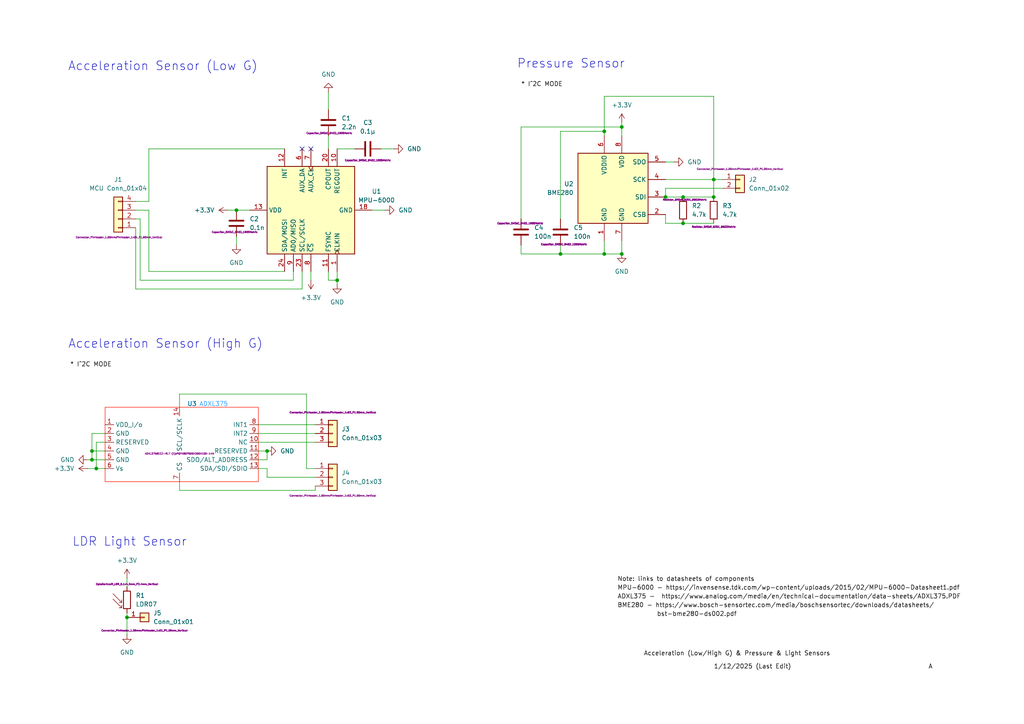
<source format=kicad_sch>
(kicad_sch (version 20250114) (generator "eeschema") (generator_version "9.0")
  (paper "A4")
  (lib_symbols
    (symbol "Connector_Generic:Conn_01x01" (pin_names (offset 1.016) (hide yes))
      (property "Reference" "J" (at 0 2.54 0))
      (property "Value" "Conn_01x01" (at 0 -2.54 0))
      (symbol "Conn_01x01_1_1"
        (rectangle (start -1.27 1.27) (end 1.27 -1.27) (stroke (width 0.254)) (fill (type background)))
        (rectangle (start -1.27 0.127) (end 0 -0.127) (stroke (width 0.1524)))
        (pin passive line (at -5.08 0 0) (length 3.81) (name "Pin_1") (number "1"))
      )
    )
    (symbol "Connector_Generic:Conn_01x02" (pin_names (offset 1.016) (hide yes))
      (property "Reference" "J" (at 0 2.54 0))
      (property "Value" "Conn_01x02" (at 0 -5.08 0))
      (symbol "Conn_01x02_1_1"
        (rectangle (start -1.27 1.27) (end 1.27 -3.81) (stroke (width 0.254)) (fill (type background)))
        (rectangle (start -1.27 0.127) (end 0 -0.127) (stroke (width 0.1524)))
        (rectangle (start -1.27 -2.413) (end 0 -2.667) (stroke (width 0.1524)))
        (pin passive line (at -5.08 0 0) (length 3.81) (name "Pin_1") (number "1"))
        (pin passive line (at -5.08 -2.54 0) (length 3.81) (name "Pin_2") (number "2"))
      )
    )
    (symbol "Connector_Generic:Conn_01x03" (pin_names (offset 1.016) (hide yes))
      (property "Reference" "J" (at 0 5.08 0))
      (property "Value" "Conn_01x03" (at 0 -5.08 0))
      (symbol "Conn_01x03_1_1"
        (rectangle (start -1.27 3.81) (end 1.27 -3.81) (stroke (width 0.254)) (fill (type background)))
        (rectangle (start -1.27 2.667) (end 0 2.413) (stroke (width 0.1524)))
        (rectangle (start -1.27 0.127) (end 0 -0.127) (stroke (width 0.1524)))
        (rectangle (start -1.27 -2.413) (end 0 -2.667) (stroke (width 0.1524)))
        (pin passive line (at -5.08 2.54 0) (length 3.81) (name "Pin_1") (number "1"))
        (pin passive line (at -5.08 0 0) (length 3.81) (name "Pin_2") (number "2"))
        (pin passive line (at -5.08 -2.54 0) (length 3.81) (name "Pin_3") (number "3"))
      )
    )
    (symbol "Connector_Generic:Conn_01x04" (pin_names (offset 1.016) (hide yes))
      (property "Reference" "J" (at 0 5.08 0))
      (property "Value" "Conn_01x04" (at 0 -7.62 0))
      (symbol "Conn_01x04_1_1"
        (rectangle (start -1.27 3.81) (end 1.27 -6.35) (stroke (width 0.254)) (fill (type background)))
        (rectangle (start -1.27 2.667) (end 0 2.413) (stroke (width 0.1524)))
        (rectangle (start -1.27 0.127) (end 0 -0.127) (stroke (width 0.1524)))
        (rectangle (start -1.27 -2.413) (end 0 -2.667) (stroke (width 0.1524)))
        (rectangle (start -1.27 -4.953) (end 0 -5.207) (stroke (width 0.1524)))
        (pin passive line (at -5.08 2.54 0) (length 3.81) (name "Pin_1") (number "1"))
        (pin passive line (at -5.08 0 0) (length 3.81) (name "Pin_2") (number "2"))
        (pin passive line (at -5.08 -2.54 0) (length 3.81) (name "Pin_3") (number "3"))
        (pin passive line (at -5.08 -5.08 0) (length 3.81) (name "Pin_4") (number "4"))
      )
    )
    (symbol "Device:C" (pin_numbers (hide yes)) (pin_names (offset 0.254))
      (property "Reference" "C" (at 0.635 2.54 0))
      (property "Value" "C" (at 0.635 -2.54 0))
      (symbol "C_0_1"
        (polyline (pts (xy -2.032 0.762) (xy 2.032 0.762)) (stroke (width 0.508)))
        (polyline (pts (xy -2.032 -0.762) (xy 2.032 -0.762)) (stroke (width 0.508)))
      )
      (symbol "C_1_1"
        (pin passive line (at 0 3.81 270) (length 2.794) (name "~") (number "1"))
        (pin passive line (at 0 -3.81 90) (length 2.794) (name "~") (number "2"))
      )
    )
    (symbol "Device:R" (pin_numbers (hide yes)) (pin_names (offset 0))
      (property "Reference" "R" (at 2.032 0 90))
      (property "Value" "R" (at 0 0 90))
      (symbol "R_0_1"
        (rectangle (start -1.016 -2.54) (end 1.016 2.54) (stroke (width 0.254)))
      )
      (symbol "R_1_1"
        (pin passive line (at 0 3.81 270) (length 1.27) (name "~") (number "1"))
        (pin passive line (at 0 -3.81 90) (length 1.27) (name "~") (number "2"))
      )
    )
    (symbol "New_Library:ADXL375"
      (symbol "ADXL375_1_1"
        (rectangle (start -21.59 10.16) (end 22.86 -11.43) (stroke (width 0) (color 255 20 0 1)))
        (text "U3 ADXL375 " (at 8.636 11.176 0) (effects (font (size 1.27 1.27))))
        (pin input line (at -21.59 5.08 0) (length 2.54) (name "VDD_I/o") (number "1"))
        (pin input line (at -21.59 2.54 0) (length 2.54) (name "GND") (number "2"))
        (pin input line (at -21.59 0 0) (length 2.54) (name "RESERVED") (number "3"))
        (pin input line (at -21.59 -2.54 0) (length 2.54) (name "GND") (number "4"))
        (pin input line (at -21.59 -5.08 0) (length 2.54) (name "GND") (number "5"))
        (pin input line (at -21.59 -7.62 0) (length 2.54) (name "Vs") (number "6"))
        (pin input line (at 0 10.16 270) (length 2.54) (name "SCL/SCLK") (number "14"))
        (pin input line (at 0 -11.43 90) (length 2.54) (name "CS") (number "7"))
        (pin output line (at 22.86 5.08 180) (length 2.54) (name "INT1") (number "8"))
        (pin output line (at 22.86 2.54 180) (length 2.54) (name "INT2") (number "9"))
        (pin input line (at 22.86 0 180) (length 2.54) (name "NC") (number "10"))
        (pin input line (at 22.86 -2.54 180) (length 2.54) (name "RESERVED") (number "11"))
        (pin input line (at 22.86 -5.08 180) (length 2.54) (name "SDO/ALT_ADDRESS") (number "12"))
        (pin input line (at 22.86 -7.62 180) (length 2.54) (name "SDA/SDI/SDIO") (number "13"))
      )
    )
    (symbol "Sensor:BME280"
      (property "Reference" "U" (at -8.89 11.43 0))
      (property "Value" "BME280" (at 7.62 11.43 0))
      (symbol "BME280_0_1"
        (rectangle (start -10.16 10.16) (end 10.16 -10.16) (stroke (width 0.254)) (fill (type background)))
      )
      (symbol "BME280_1_1"
        (pin power_in line (at -2.54 15.24 270) (length 5.08) (name "VDDIO") (number "6"))
        (pin power_in line (at -2.54 -15.24 90) (length 5.08) (name "GND") (number "1"))
        (pin power_in line (at 2.54 15.24 270) (length 5.08) (name "VDD") (number "8"))
        (pin power_in line (at 2.54 -15.24 90) (length 5.08) (name "GND") (number "7"))
        (pin bidirectional line (at 15.24 7.62 180) (length 5.08) (name "SDO") (number "5"))
        (pin input line (at 15.24 2.54 180) (length 5.08) (name "SCK") (number "4"))
        (pin bidirectional line (at 15.24 -2.54 180) (length 5.08) (name "SDI") (number "3"))
        (pin input line (at 15.24 -7.62 180) (length 5.08) (name "CSB") (number "2"))
      )
    )
    (symbol "Sensor_Motion:MPU-6000"
      (property "Reference" "U" (at -11.43 13.97 0))
      (property "Value" "MPU-6000" (at 7.62 -13.97 0))
      (symbol "MPU-6000_0_1"
        (rectangle (start -12.7 12.7) (end 12.7 -12.7) (stroke (width 0.254)) (fill (type background)))
      )
      (symbol "MPU-6000_1_1"
        (pin bidirectional line (at -17.78 7.62 0) (length 5.08) (name "SDA/MOSI") (number "24"))
        (pin bidirectional line (at -17.78 5.08 0) (length 5.08) (name "AD0/MISO") (number "9"))
        (pin input line (at -17.78 2.54 0) (length 5.08) (name "SCL/SCLK") (number "23"))
        (pin input line (at -17.78 0 0) (length 5.08) (name "~{CS}") (number "8"))
        (pin input line (at -17.78 -5.08 0) (length 5.08) (name "FSYNC") (number "11"))
        (pin input clock (at -17.78 -7.62 0) (length 5.08) (name "CLKIN") (number "1"))
        (pin power_in line (at 0 17.78 270) (length 5.08) (name "VDD") (number "13"))
        (pin power_in line (at 0 -17.78 90) (length 5.08) (name "GND") (number "18"))
        (pin output line (at 17.78 7.62 180) (length 5.08) (name "INT") (number "12"))
        (pin bidirectional line (at 17.78 2.54 180) (length 5.08) (name "AUX_DA") (number "6"))
        (pin output clock (at 17.78 0 180) (length 5.08) (name "AUX_CL") (number "7"))
        (pin passive line (at 17.78 -5.08 180) (length 5.08) (name "CPOUT") (number "20"))
        (pin passive line (at 17.78 -7.62 180) (length 5.08) (name "REGOUT") (number "10"))
      )
    )
    (symbol "Sensor_Optical:LDR07" (pin_numbers (hide yes)) (pin_names (offset 0))
      (property "Reference" "R" (at -5.08 0 90))
      (property "Value" "LDR07" (at 1.905 0 90))
      (symbol "LDR07_0_1"
        (polyline (pts (xy -1.524 -0.762) (xy -4.064 1.778)))
        (polyline (pts (xy -1.524 -0.762) (xy -2.286 -0.762)))
        (polyline (pts (xy -1.524 -0.762) (xy -1.524 0)))
        (polyline (pts (xy -1.524 -2.286) (xy -4.064 0.254)))
        (polyline (pts (xy -1.524 -2.286) (xy -2.286 -2.286)))
        (polyline (pts (xy -1.524 -2.286) (xy -1.524 -1.524)))
        (rectangle (start -1.016 2.54) (end 1.016 -2.54) (stroke (width 0.254)))
      )
      (symbol "LDR07_1_1"
        (pin passive line (at 0 3.81 270) (length 1.27) (name "~") (number "1"))
        (pin passive line (at 0 -3.81 90) (length 1.27) (name "~") (number "2"))
      )
    )
    (symbol "power:+3.3V" (power) (pin_numbers (hide yes)) (pin_names (offset 0) (hide yes))
      (property "Value" "+3.3V" (at 0 3.556 0))
      (symbol "+3.3V_0_1"
        (polyline (pts (xy -0.762 1.27) (xy 0 2.54)))
        (polyline (pts (xy 0 2.54) (xy 0.762 1.27)))
        (polyline (pts (xy 0 0) (xy 0 2.54)))
      )
      (symbol "+3.3V_1_1"
        (pin power_in line (at 0 0 90) (length 0) (name "~") (number "1"))
      )
    )
    (symbol "power:GND" (power) (pin_numbers (hide yes)) (pin_names (offset 0) (hide yes))
      (property "Value" "GND" (at 0 -3.81 0))
      (symbol "GND_0_1"
        (polyline (pts (xy 0 0) (xy 0 -1.27) (xy 1.27 -1.27) (xy 0 -2.54) (xy -1.27 -1.27) (xy 0 -1.27)))
      )
      (symbol "GND_1_1"
        (pin power_in line (at 0 0 270) (length 0) (name "~") (number "1"))
      )
    )
  )
  (text "LDR Light Sensor\n" (at 37.592 157.226 0) (effects (font (size 2.54 2.54))))
  (text "Acceleration Sensor (Low G)\n" (at 47.244 19.304 0) (effects (font (size 2.54 2.54))))
  (text "Acceleration Sensor (High G)\n" (at 48.006 99.822 0) (effects (font (size 2.54 2.54))))
  (text "Pressure Sensor\n" (at 165.608 18.542 0) (effects (font (size 2.54 2.54))))
  (junction (at 26.67 130.81))
  (junction (at 175.26 38.1))
  (junction (at 36.83 179.07))
  (junction (at 77.47 130.81))
  (junction (at 180.34 36.83))
  (junction (at 175.26 73.66))
  (junction (at 207.01 52.07))
  (junction (at 26.67 133.35))
  (junction (at 27.94 135.89))
  (junction (at 162.56 73.66))
  (junction (at 68.58 60.96))
  (junction (at 207.01 57.15))
  (junction (at 198.12 64.77))
  (junction (at 180.34 73.66))
  (junction (at 97.79 81.28))
  (junction (at 193.04 57.15))
  (junction (at 198.12 57.15))
  (no_connect (at 87.63 43.18))
  (no_connect (at 90.17 43.18))
  (wire (pts (xy 27.94 135.89) (xy 27.94 128.27)))
  (wire (pts (xy 77.47 133.35) (xy 77.47 130.81)))
  (wire (pts (xy 36.83 167.64) (xy 36.83 170.18)))
  (wire (pts (xy 193.04 62.23) (xy 193.04 64.77)))
  (wire (pts (xy 95.25 78.74) (xy 95.25 81.28)))
  (wire (pts (xy 207.01 52.07) (xy 193.04 52.07)))
  (wire (pts (xy 180.34 69.85) (xy 180.34 73.66)))
  (wire (pts (xy 52.07 114.3) (xy 88.9 114.3)))
  (wire (pts (xy 175.26 69.85) (xy 175.26 73.66)))
  (wire (pts (xy 90.17 78.74) (xy 90.17 81.28)))
  (wire (pts (xy 110.49 43.18) (xy 114.3 43.18)))
  (wire (pts (xy 209.55 52.07) (xy 207.01 52.07)))
  (wire (pts (xy 43.18 43.18) (xy 43.18 58.42)))
  (wire (pts (xy 36.83 177.8) (xy 36.83 179.07)))
  (wire (pts (xy 175.26 39.37) (xy 175.26 38.1)))
  (wire (pts (xy 27.94 128.27) (xy 30.48 128.27)))
  (wire (pts (xy 91.44 125.73) (xy 74.93 125.73)))
  (wire (pts (xy 43.18 60.96) (xy 39.37 60.96)))
  (wire (pts (xy 66.04 60.96) (xy 68.58 60.96)))
  (wire (pts (xy 68.58 60.96) (xy 72.39 60.96)))
  (wire (pts (xy 68.58 68.58) (xy 68.58 71.12)))
  (wire (pts (xy 40.64 63.5) (xy 40.64 81.28)))
  (wire (pts (xy 91.44 128.27) (xy 74.93 128.27)))
  (wire (pts (xy 95.25 39.37) (xy 95.25 43.18)))
  (wire (pts (xy 77.47 138.43) (xy 91.44 138.43)))
  (wire (pts (xy 74.93 133.35) (xy 77.47 133.35)))
  (wire (pts (xy 52.07 142.24) (xy 91.44 142.24)))
  (wire (pts (xy 180.34 36.83) (xy 180.34 39.37)))
  (wire (pts (xy 175.26 38.1) (xy 162.56 38.1)))
  (wire (pts (xy 74.93 130.81) (xy 77.47 130.81)))
  (wire (pts (xy 36.83 179.07) (xy 36.83 184.15)))
  (wire (pts (xy 77.47 135.89) (xy 77.47 138.43)))
  (wire (pts (xy 87.63 83.82) (xy 39.37 83.82)))
  (wire (pts (xy 151.13 71.12) (xy 151.13 73.66)))
  (wire (pts (xy 82.55 78.74) (xy 43.18 78.74)))
  (wire (pts (xy 193.04 57.15) (xy 198.12 57.15)))
  (wire (pts (xy 97.79 43.18) (xy 102.87 43.18)))
  (wire (pts (xy 198.12 57.15) (xy 207.01 57.15)))
  (wire (pts (xy 52.07 118.11) (xy 52.07 114.3)))
  (wire (pts (xy 88.9 135.89) (xy 91.44 135.89)))
  (wire (pts (xy 39.37 66.04) (xy 39.37 83.82)))
  (wire (pts (xy 40.64 63.5) (xy 39.37 63.5)))
  (wire (pts (xy 162.56 38.1) (xy 162.56 63.5)))
  (wire (pts (xy 82.55 43.18) (xy 43.18 43.18)))
  (wire (pts (xy 74.93 135.89) (xy 77.47 135.89)))
  (wire (pts (xy 180.34 35.56) (xy 180.34 36.83)))
  (wire (pts (xy 207.01 52.07) (xy 207.01 57.15)))
  (wire (pts (xy 97.79 81.28) (xy 97.79 82.55)))
  (wire (pts (xy 198.12 64.77) (xy 207.01 64.77)))
  (wire (pts (xy 175.26 27.94) (xy 207.01 27.94)))
  (wire (pts (xy 91.44 142.24) (xy 91.44 140.97)))
  (wire (pts (xy 95.25 26.67) (xy 95.25 31.75)))
  (wire (pts (xy 30.48 135.89) (xy 27.94 135.89)))
  (wire (pts (xy 207.01 27.94) (xy 207.01 52.07)))
  (wire (pts (xy 193.04 46.99) (xy 195.58 46.99)))
  (wire (pts (xy 209.55 54.61) (xy 193.04 54.61)))
  (wire (pts (xy 162.56 73.66) (xy 175.26 73.66)))
  (wire (pts (xy 25.4 133.35) (xy 26.67 133.35)))
  (wire (pts (xy 85.09 81.28) (xy 85.09 78.74)))
  (wire (pts (xy 95.25 81.28) (xy 97.79 81.28)))
  (wire (pts (xy 26.67 133.35) (xy 26.67 130.81)))
  (wire (pts (xy 97.79 78.74) (xy 97.79 81.28)))
  (wire (pts (xy 151.13 73.66) (xy 162.56 73.66)))
  (wire (pts (xy 175.26 38.1) (xy 175.26 27.94)))
  (wire (pts (xy 175.26 73.66) (xy 180.34 73.66)))
  (wire (pts (xy 88.9 114.3) (xy 88.9 135.89)))
  (wire (pts (xy 43.18 58.42) (xy 39.37 58.42)))
  (wire (pts (xy 30.48 130.81) (xy 26.67 130.81)))
  (wire (pts (xy 193.04 54.61) (xy 193.04 57.15)))
  (wire (pts (xy 25.4 135.89) (xy 27.94 135.89)))
  (wire (pts (xy 162.56 71.12) (xy 162.56 73.66)))
  (wire (pts (xy 180.34 36.83) (xy 151.13 36.83)))
  (wire (pts (xy 151.13 36.83) (xy 151.13 63.5)))
  (wire (pts (xy 26.67 125.73) (xy 30.48 125.73)))
  (wire (pts (xy 91.44 123.19) (xy 74.93 123.19)))
  (wire (pts (xy 107.95 60.96) (xy 111.76 60.96)))
  (wire (pts (xy 26.67 130.81) (xy 26.67 125.73)))
  (wire (pts (xy 52.07 139.7) (xy 52.07 142.24)))
  (wire (pts (xy 193.04 64.77) (xy 198.12 64.77)))
  (wire (pts (xy 87.63 78.74) (xy 87.63 83.82)))
  (wire (pts (xy 40.64 81.28) (xy 85.09 81.28)))
  (wire (pts (xy 43.18 60.96) (xy 43.18 78.74)))
  (wire (pts (xy 30.48 133.35) (xy 26.67 133.35)))
  (label "MPU-6000 - https:{slash}{slash}invensense.tdk.com{slash}wp-content{slash}uploads{slash}2015{slash}02{slash}MPU-6000-Datasheet1.pdf" (at 179.07 171.45 0))
  (label "BME280 - https:{slash}{slash}www.bosch-sensortec.com{slash}media{slash}boschsensortec{slash}downloads{slash}datasheets{slash}" (at 179.07 176.53 0))
  (label "1{slash}12{slash}2025 (Last Edit)" (at 207.01 194.31 0))
  (label "bst-bme280-ds002.pdf" (at 190.5 179.07 0))
  (label "* I^2C MODE" (at 20.32 106.68 0))
  (label "Acceleration (Low{slash}High G) & Pressure & Light Sensors" (at 186.69 190.5 0))
  (label "* I^2C MODE" (at 151.13 25.4 0))
  (label "ADXL375 -  https:{slash}{slash}www.analog.com{slash}media{slash}en{slash}technical-documentation{slash}data-sheets{slash}ADXL375.PDF" (at 179.07 173.99 0))
  (label "A" (at 269.24 194.31 0))
  (label "Note: links to datasheets of components" (at 179.07 168.91 0))
  (symbol (lib_id "New_Library:ADXL375") (at 52.07 128.27 0) (unit 1)
    (property "Reference" "U3" (at 54.356 117.094 0) (effects (justify left)))
    (property "Footprint" "ADXL375BCCZ-RL7 (1):PQFN80P500X300X100-14N" (at 52.07 131.572 0) (effects (font (size 0.508 0.508))))
  )
  (symbol (lib_id "Connector_Generic:Conn_01x02") (at 214.63 52.07 0) (unit 1)
    (property "Reference" "J2" (at 217.17 52.0699 0) (effects (justify left)))
    (property "Value" "Conn_01x02" (at 217.17 54.6099 0) (effects (justify left)))
    (property "Footprint" "Connector_PinHeader_1.00mm:PinHeader_1x02_P1.00mm_Vertical" (at 214.63 49.022 0) (effects (font (size 0.508 0.508))))
    (property "Description" "Generic connector, single row, 01x02, script generated (kicad-library-utils/schlib/autogen/connector/)" (effects (hide yes)))
  )
  (symbol (lib_id "power:+3.3V") (at 36.83 167.64 0) (unit 1)
    (property "Reference" "#PWR011" (effects (hide yes)))
    (property "Value" "+3.3V" (at 36.83 162.56 0))
    (property "Description" "Power symbol creates a global label with name \"+3.3V\"" (effects (hide yes)))
  )
  (symbol (lib_id "power:+3.3V") (at 66.04 60.96 90) (unit 1)
    (property "Reference" "#PWR05" (effects (hide yes)))
    (property "Value" "+3.3V" (at 62.23 60.9599 90) (effects (justify left)))
    (property "Description" "Power symbol creates a global label with name \"+3.3V\"" (effects (hide yes)))
  )
  (symbol (lib_id "power:GND") (at 25.4 133.35 270) (unit 1)
    (property "Reference" "#PWR01" (effects (hide yes)))
    (property "Value" "GND" (at 21.59 133.3499 90) (effects (justify right)))
    (property "Description" "Power symbol creates a global label with name \"GND\" , ground" (effects (hide yes)))
  )
  (symbol (lib_id "Sensor_Motion:MPU-6000") (at 90.17 60.96 90) (unit 1)
    (property "Reference" "U1" (at 109.22 55.5146 90))
    (property "Value" "MPU-6000" (at 109.22 58.0546 90))
    (property "Footprint" "Sensor_Motion:InvenSense_QFN-24_4x4mm_P0.5mm" (effects (hide yes)))
    (property "Datasheet" "https://invensense.tdk.com/wp-content/uploads/2015/02/MPU-6000-Datasheet1.pdf" (effects (hide yes)))
    (property "Description" "InvenSense 6-Axis Motion Sensor, Gyroscope, Accelerometer, I2C/SPI" (effects (hide yes)))
  )
  (symbol (lib_id "Device:C") (at 68.58 64.77 0) (unit 1)
    (property "Reference" "C2" (at 72.39 63.4999 0) (effects (justify left)))
    (property "Value" "0.1n" (at 72.39 66.0399 0) (effects (justify left)))
    (property "Footprint" "Capacitor_SMD:C_0402_1005Metric" (at 68.072 67.31 0) (effects (font (size 0.508 0.508))))
    (property "Description" "Unpolarized capacitor" (effects (hide yes)))
  )
  (symbol (lib_id "power:GND") (at 77.47 130.81 90) (unit 1)
    (property "Reference" "#PWR014" (effects (hide yes)))
    (property "Value" "GND" (at 81.28 130.8099 90) (effects (justify right)))
    (property "Description" "Power symbol creates a global label with name \"GND\" , ground" (effects (hide yes)))
  )
  (symbol (lib_id "Sensor_Optical:LDR07") (at 36.83 173.99 0) (unit 1)
    (property "Reference" "R1" (at 39.37 172.7199 0) (effects (justify left)))
    (property "Value" "LDR07" (at 39.37 175.2599 0) (effects (justify left)))
    (property "Footprint" "OptoDevice:R_LDR_5.1x4.3mm_P3.4mm_Vertical" (at 36.83 169.418 0) (effects (font (size 0.508 0.508))))
    (property "Datasheet" "http://www.tme.eu/de/Document/f2e3ad76a925811312d226c31da4cd7e/LDR07.pdf" (effects (hide yes)))
    (property "Description" "light dependent resistor" (effects (hide yes)))
  )
  (symbol (lib_id "Connector_Generic:Conn_01x03") (at 96.52 138.43 0) (unit 1)
    (property "Reference" "J4" (at 99.06 137.1599 0) (effects (justify left)))
    (property "Value" "Conn_01x03" (at 99.06 139.6999 0) (effects (justify left)))
    (property "Footprint" "Connector_PinHeader_1.00mm:PinHeader_1x03_P1.00mm_Vertical" (at 96.52 143.764 0) (effects (font (size 0.508 0.508))))
    (property "Description" "Generic connector, single row, 01x03, script generated (kicad-library-utils/schlib/autogen/connector/)" (effects (hide yes)))
  )
  (symbol (lib_id "power:GND") (at 97.79 82.55 0) (unit 1)
    (property "Reference" "#PWR012" (effects (hide yes)))
    (property "Value" "GND" (at 97.79 87.63 0))
    (property "Description" "Power symbol creates a global label with name \"GND\" , ground" (effects (hide yes)))
  )
  (symbol (lib_id "Connector_Generic:Conn_01x03") (at 96.52 125.73 0) (unit 1)
    (property "Reference" "J3" (at 99.06 124.4599 0) (effects (justify left)))
    (property "Value" "Conn_01x03" (at 99.06 126.9999 0) (effects (justify left)))
    (property "Footprint" "Connector_PinHeader_1.00mm:PinHeader_1x03_P1.00mm_Vertical" (at 96.52 119.634 0) (effects (font (size 0.508 0.508))))
    (property "Description" "Generic connector, single row, 01x03, script generated (kicad-library-utils/schlib/autogen/connector/)" (effects (hide yes)))
  )
  (symbol (lib_id "power:GND") (at 95.25 26.67 180) (unit 1)
    (property "Reference" "#PWR03" (effects (hide yes)))
    (property "Value" "GND" (at 95.25 21.59 0))
    (property "Description" "Power symbol creates a global label with name \"GND\" , ground" (effects (hide yes)))
  )
  (symbol (lib_id "power:GND") (at 68.58 71.12 0) (unit 1)
    (property "Reference" "#PWR06" (effects (hide yes)))
    (property "Value" "GND" (at 68.58 76.2 0))
    (property "Description" "Power symbol creates a global label with name \"GND\" , ground" (effects (hide yes)))
  )
  (symbol (lib_id "power:+3.3V") (at 180.34 35.56 0) (unit 1)
    (property "Reference" "#PWR09" (effects (hide yes)))
    (property "Value" "+3.3V" (at 180.34 30.48 0))
    (property "Description" "Power symbol creates a global label with name \"+3.3V\"" (effects (hide yes)))
  )
  (symbol (lib_id "Device:R") (at 198.12 60.96 0) (unit 1)
    (property "Reference" "R2" (at 200.66 59.6899 0) (effects (justify left)))
    (property "Value" "4.7k" (at 200.66 62.2299 0) (effects (justify left)))
    (property "Footprint" "Resistor_SMD:R_0201_0603Metric" (at 198.628 57.912 0) (effects (font (size 0.508 0.508))))
    (property "Description" "Resistor" (effects (hide yes)))
  )
  (symbol (lib_id "Device:C") (at 106.68 43.18 270) (unit 1)
    (property "Reference" "C3" (at 106.68 35.56 90))
    (property "Value" "0.1μ" (at 106.68 38.1 90))
    (property "Footprint" "Capacitor_SMD:C_0402_1005Metric" (at 106.68 46.482 90) (effects (font (size 0.508 0.508))))
    (property "Description" "Unpolarized capacitor" (effects (hide yes)))
  )
  (symbol (lib_id "power:+3.3V") (at 25.4 135.89 90) (unit 1)
    (property "Reference" "#PWR02" (effects (hide yes)))
    (property "Value" "+3.3V" (at 21.59 135.8899 90) (effects (justify left)))
    (property "Description" "Power symbol creates a global label with name \"+3.3V\"" (effects (hide yes)))
  )
  (symbol (lib_id "Device:C") (at 95.25 35.56 0) (unit 1)
    (property "Reference" "C1" (at 99.06 34.2899 0) (effects (justify left)))
    (property "Value" "2.2n" (at 99.06 36.8299 0) (effects (justify left)))
    (property "Footprint" "Capacitor_SMD:C_0402_1005Metric" (at 95.504 38.608 0) (effects (font (size 0.508 0.508))))
    (property "Description" "Unpolarized capacitor" (effects (hide yes)))
  )
  (symbol (lib_id "power:GND") (at 180.34 73.66 0) (unit 1)
    (property "Reference" "#PWR08" (effects (hide yes)))
    (property "Value" "GND" (at 180.34 78.74 0))
    (property "Description" "Power symbol creates a global label with name \"GND\" , ground" (effects (hide yes)))
  )
  (symbol (lib_id "power:GND") (at 195.58 46.99 90) (unit 1)
    (property "Reference" "#PWR013" (effects (hide yes)))
    (property "Value" "GND" (at 199.39 46.9899 90) (effects (justify right)))
    (property "Description" "Power symbol creates a global label with name \"GND\" , ground" (effects (hide yes)))
  )
  (symbol (lib_id "Device:C") (at 151.13 67.31 0) (unit 1)
    (property "Reference" "C4" (at 154.94 66.0399 0) (effects (justify left)))
    (property "Value" "100n" (at 154.94 68.5799 0) (effects (justify left)))
    (property "Footprint" "Capacitor_SMD:C_0402_1005Metric" (at 150.876 64.77 0) (effects (font (size 0.508 0.508))))
    (property "Description" "Unpolarized capacitor" (effects (hide yes)))
  )
  (symbol (lib_id "power:GND") (at 36.83 184.15 0) (unit 1)
    (property "Reference" "#PWR010" (effects (hide yes)))
    (property "Value" "GND" (at 36.83 189.23 0))
    (property "Description" "Power symbol creates a global label with name \"GND\" , ground" (effects (hide yes)))
  )
  (symbol (lib_id "Device:R") (at 207.01 60.96 0) (unit 1)
    (property "Reference" "R3" (at 209.55 59.6899 0) (effects (justify left)))
    (property "Value" "4.7k" (at 209.55 62.2299 0) (effects (justify left)))
    (property "Footprint" "Resistor_SMD:R_0201_0603Metric" (at 207.01 65.786 0) (effects (font (size 0.508 0.508))))
    (property "Description" "Resistor" (effects (hide yes)))
  )
  (symbol (lib_id "power:+3.3V") (at 90.17 81.28 180) (unit 1)
    (property "Reference" "#PWR015" (effects (hide yes)))
    (property "Value" "+3.3V" (at 90.17 86.36 0))
    (property "Description" "Power symbol creates a global label with name \"+3.3V\"" (effects (hide yes)))
  )
  (symbol (lib_id "power:GND") (at 114.3 43.18 90) (unit 1)
    (property "Reference" "#PWR07" (effects (hide yes)))
    (property "Value" "GND" (at 118.11 43.1799 90) (effects (justify right)))
    (property "Description" "Power symbol creates a global label with name \"GND\" , ground" (effects (hide yes)))
  )
  (symbol (lib_id "Device:C") (at 162.56 67.31 0) (unit 1)
    (property "Reference" "C5" (at 166.37 66.0399 0) (effects (justify left)))
    (property "Value" "100n" (at 166.37 68.5799 0) (effects (justify left)))
    (property "Footprint" "Capacitor_SMD:C_0402_1005Metric" (at 163.576 70.866 0) (effects (font (size 0.508 0.508))))
    (property "Description" "Unpolarized capacitor" (effects (hide yes)))
  )
  (symbol (lib_id "power:GND") (at 111.76 60.96 90) (unit 1)
    (property "Reference" "#PWR04" (effects (hide yes)))
    (property "Value" "GND" (at 115.57 60.9599 90) (effects (justify right)))
    (property "Description" "Power symbol creates a global label with name \"GND\" , ground" (effects (hide yes)))
  )
  (symbol (lib_id "Connector_Generic:Conn_01x01") (at 41.91 179.07 0) (unit 1)
    (property "Reference" "J5" (at 44.45 177.7999 0) (effects (justify left)))
    (property "Value" "Conn_01x01" (at 44.45 180.3399 0) (effects (justify left)))
    (property "Footprint" "Connector_PinHeader_1.00mm:PinHeader_1x01_P1.00mm_Vertical" (at 41.91 182.88 0) (effects (font (size 0.508 0.508))))
    (property "Description" "Generic connector, single row, 01x01, script generated (kicad-library-utils/schlib/autogen/connector/)" (effects (hide yes)))
  )
  (symbol (lib_id "Connector_Generic:Conn_01x04") (at 34.29 63.5 180) (unit 1)
    (property "Reference" "J1" (at 34.29 52.07 0))
    (property "Value" "MCU Conn_01x04" (at 34.29 54.61 0))
    (property "Footprint" "Connector_PinHeader_1.00mm:PinHeader_1x04_P1.00mm_Vertical" (at 34.544 68.834 0) (effects (font (size 0.508 0.508))))
    (property "Description" "Generic connector, single row, 01x04, script generated (kicad-library-utils/schlib/autogen/connector/)" (effects (hide yes)))
  )
  (symbol (lib_id "Sensor:BME280") (at 177.8 54.61 0) (unit 1)
    (property "Reference" "U2" (at 166.37 53.3399 0) (effects (justify right)))
    (property "Value" "BME280" (at 166.37 55.8799 0) (effects (justify right)))
    (property "Footprint" "Package_LGA:Bosch_LGA-8_2.5x2.5mm_P0.65mm_ClockwisePinNumbering" (effects (hide yes)))
    (property "Datasheet" "https://www.bosch-sensortec.com/media/boschsensortec/downloads/datasheets/bst-bme280-ds002.pdf" (effects (hide yes)))
    (property "Description" "3-in-1 sensor, humidity, pressure, temperature, I2C and SPI interface, 1.71-3.6V, LGA-8" (effects (hide yes)))
  )
)
</source>
